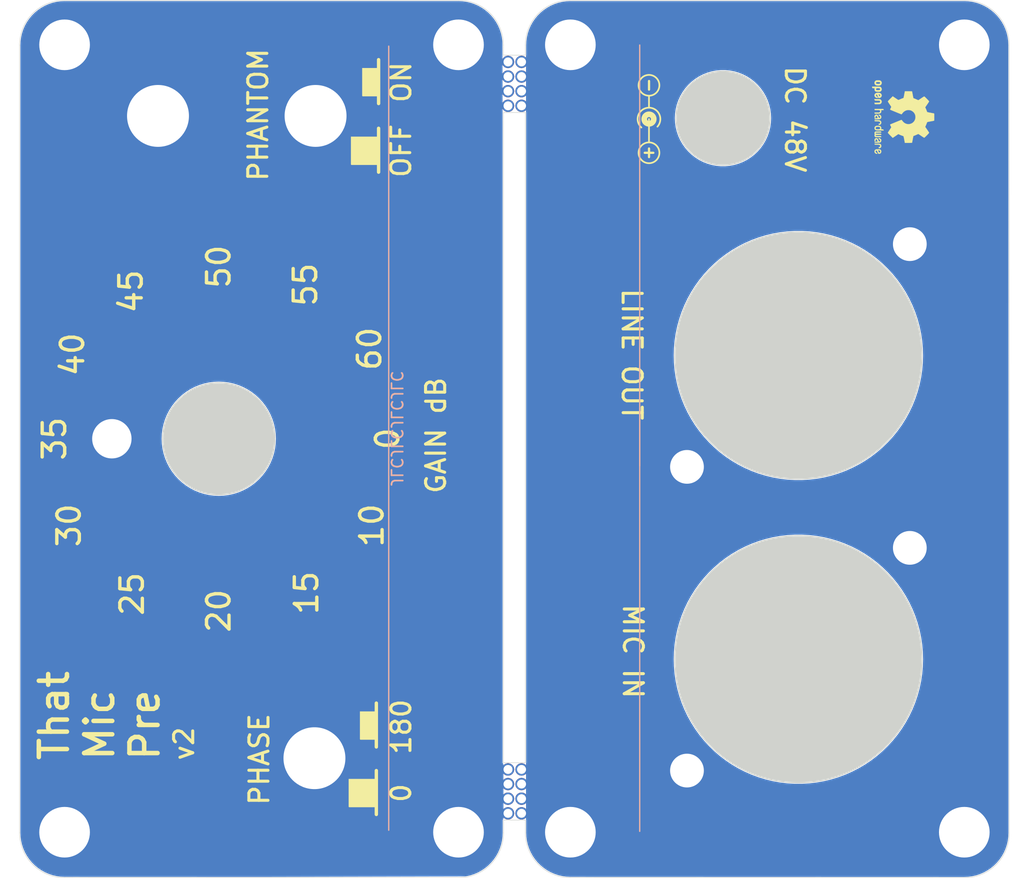
<source format=kicad_pcb>
(kicad_pcb (version 20240108) (generator "pcbnew") (generator_version "8.0")
  (title_block (title "THAT MicPre Panels") (date "2020-04-13") (rev "1.1") (company "OJG"))
  (layers (0 "F.Cu" signal) (31 "B.Cu" signal) (34 "B.Paste" user) (35 "F.Paste" user) (36 "B.SilkS" user "B.Silkscreen") (37 "F.SilkS" user "F.Silkscreen") (38 "B.Mask" user) (39 "F.Mask" user) (44 "Edge.Cuts" user))
  (net 0 "")
  (net 1 "GND")
  (footprint "Symbol:OSHW-Logo2_7.3x6mm_SilkScreen" (layer "F.Cu") (at 181.2 64.8 -90)
    (property "Reference" "REF**" (hide yes))
    (property "Value" "OSHW-Logo2_7.3x6mm_SilkScreen" (hide yes))
    (fp_poly (pts (xy 2.6526 1.958752) (xy 2.669948 1.966334) (xy 2.711356 1.999128) (xy 2.746765 2.046547) (xy 2.768664 2.097151) (xy 2.772229 2.122098) (xy 2.760279 2.156927) (xy 2.734067 2.175357) (xy 2.705964 2.186516) (xy 2.693095 2.188572) (xy 2.686829 2.173649) (xy 2.674456 2.141175) (xy 2.669028 2.126502) (xy 2.63859 2.075744) (xy 2.59452 2.050427) (xy 2.53801 2.051206) (xy 2.533825 2.052203) (xy 2.503655 2.066507) (xy 2.481476 2.094393) (xy 2.466327 2.139287) (xy 2.45725 2.204615) (xy 2.453286 2.293804) (xy 2.452914 2.341261) (xy 2.45273 2.416071) (xy 2.451522 2.467069) (xy 2.448309 2.499471) (xy 2.442109 2.518495) (xy 2.43194 2.529356) (xy 2.416819 2.537272) (xy 2.415946 2.53767) (xy 2.386828 2.549981) (xy 2.372403 2.554514) (xy 2.370186 2.540809) (xy 2.368289 2.502925) (xy 2.366847 2.445715) (xy 2.365998 2.374027) (xy 2.365829 2.321565) (xy 2.366692 2.220047) (xy 2.37007 2.143032) (xy 2.377142 2.086023) (xy 2.389088 2.044526) (xy 2.40709 2.014043) (xy 2.432327 1.99008) (xy 2.457247 1.973355) (xy 2.517171 1.951097) (xy 2.586911 1.946076) (xy 2.6526 1.958752)) (stroke (width 0.01)) (fill solid) (layer "F.SilkS"))
    (fp_poly (pts (xy -1.283907 1.92778) (xy -1.237328 1.954723) (xy -1.204943 1.981466) (xy -1.181258 2.009484) (xy -1.164941 2.043748) (xy -1.154661 2.089227) (xy -1.149086 2.150892) (xy -1.146884 2.233711) (xy -1.146629 2.293246) (xy -1.146629 2.512391) (xy -1.208314 2.540044) (xy -1.27 2.567697) (xy -1.277257 2.32767) (xy -1.280256 2.238028) (xy -1.283402 2.172962) (xy -1.287299 2.128026) (xy -1.292553 2.09877) (xy -1.299769 2.080748) (xy -1.30955 2.069511) (xy -1.312688 2.067079) (xy -1.360239 2.048083) (xy -1.408303 2.0556) (xy -1.436914 2.075543) (xy -1.448553 2.089675) (xy -1.456609 2.10822) (xy -1.461729 2.136334) (xy -1.464559 2.179173) (xy -1.465744 2.241895) (xy -1.465943 2.307261) (xy -1.465982 2.389268) (xy -1.467386 2.447316) (xy -1.472086 2.486465) (xy -1.482013 2.51178) (xy -1.499097 2.528323) (xy -1.525268 2.541156) (xy -1.560225 2.554491) (xy -1.598404 2.569007) (xy -1.593859 2.311389) (xy -1.592029 2.218519) (xy -1.589888 2.149889) (xy -1.586819 2.100711) (xy -1.582206 2.066198) (xy -1.575432 2.041562) (xy -1.565881 2.022016) (xy -1.554366 2.00477) (xy -1.49881 1.94968) (xy -1.43102 1.917822) (xy -1.357287 1.910191) (xy -1.283907 1.92778)) (stroke (width 0.01)) (fill solid) (layer "F.SilkS"))
    (fp_poly (pts (xy 0.529926 1.949755) (xy 0.595858 1.974084) (xy 0.649273 2.017117) (xy 0.670164 2.047409) (xy 0.692939 2.102994) (xy 0.692466 2.143186) (xy 0.668562 2.170217) (xy 0.659717 2.174813) (xy 0.62153 2.189144) (xy 0.602028 2.185472) (xy 0.595422 2.161407) (xy 0.595086 2.148114) (xy 0.582992 2.09921) (xy 0.551471 2.064999) (xy 0.507659 2.048476) (xy 0.458695 2.052634) (xy 0.418894 2.074227) (xy 0.40545 2.086544) (xy 0.395921 2.101487) (xy 0.389485 2.124075) (xy 0.385317 2.159328) (xy 0.382597 2.212266) (xy 0.380502 2.287907) (xy 0.37996 2.311857) (xy 0.377981 2.39379) (xy 0.375731 2.451455) (xy 0.372357 2.489608) (xy 0.367006 2.513004) (xy 0.358824 2.526398) (xy 0.346959 2.534545) (xy 0.339362 2.538144) (xy 0.307102 2.550452) (xy 0.288111 2.554514) (xy 0.281836 2.540948) (xy 0.278006 2.499934) (xy 0.2766 2.430999) (xy 0.277598 2.333669) (xy 0.277908 2.318657) (xy 0.280101 2.229859) (xy 0.282693 2.165019) (xy 0.286382 2.119067) (xy 0.291864 2.086935) (xy 0.299835 2.063553) (xy 0.310993 2.043852) (xy 0.31683 2.03541) (xy 0.350296 1.998057) (xy 0.387727 1.969003) (xy 0.392309 1.966467) (xy 0.459426 1.946443) (xy 0.529926 1.949755)) (stroke (width 0.01)) (fill solid) (layer "F.SilkS"))
    (fp_poly (pts (xy 1.779833 1.958663) (xy 1.782048 1.99685) (xy 1.783784 2.054886) (xy 1.784899 2.12818) (xy 1.785257 2.205055) (xy 1.785257 2.465196) (xy 1.739326 2.511127) (xy 1.707675 2.539429) (xy 1.67989 2.550893) (xy 1.641915 2.550168) (xy 1.62684 2.548321) (xy 1.579726 2.542948) (xy 1.540756 2.539869) (xy 1.531257 2.539585) (xy 1.499233 2.541445) (xy 1.453432 2.546114) (xy 1.435674 2.548321) (xy 1.392057 2.551735) (xy 1.362745 2.54432) (xy 1.33368 2.521427) (xy 1.323188 2.511127) (xy 1.277257 2.465196) (xy 1.277257 1.978602) (xy 1.314226 1.961758) (xy 1.346059 1.949282) (xy 1.364683 1.944914) (xy 1.369458 1.958718) (xy 1.373921 1.997286) (xy 1.377775 2.056356) (xy 1.380722 2.131663) (xy 1.382143 2.195286) (xy 1.386114 2.445657) (xy 1.420759 2.450556) (xy 1.452268 2.447131) (xy 1.467708 2.436041) (xy 1.472023 2.415308) (xy 1.475708 2.371145) (xy 1.478469 2.309146) (xy 1.480012 2.234909) (xy 1.480235 2.196706) (xy 1.480457 1.976783) (xy 1.526166 1.960849) (xy 1.558518 1.950015) (xy 1.576115 1.944962) (xy 1.576623 1.944914) (xy 1.578388 1.958648) (xy 1.580329 1.99673) (xy 1.582282 2.054482) (xy 1.584084 2.127227) (xy 1.585343 2.195286) (xy 1.589314 2.445657) (xy 1.6764 2.445657) (xy 1.680396 2.21724) (xy 1.684392 1.988822) (xy 1.726847 1.966868) (xy 1.758192 1.951793) (xy 1.776744 1.944951) (xy 1.777279 1.944914) (xy 1.779833 1.958663)) (stroke (width 0.01)) (fill solid) (layer "F.SilkS"))
    (fp_poly (pts (xy -0.624114 1.851289) (xy -0.619861 1.910613) (xy -0.614975 1.945572) (xy -0.608205 1.96082) (xy -0.598298 1.961015) (xy -0.595086 1.959195) (xy -0.552356 1.946015) (xy -0.496773 1.946785) (xy -0.440263 1.960333) (xy -0.404918 1.977861) (xy -0.368679 2.005861) (xy -0.342187 2.037549) (xy -0.324001 2.077813) (xy -0.312678 2.131543) (xy -0.306778 2.203626) (xy -0.304857 2.298951) (xy -0.304823 2.317237) (xy -0.3048 2.522646) (xy -0.350509 2.53858) (xy -0.382973 2.54942) (xy -0.400785 2.554468) (xy -0.401309 2.554514) (xy -0.403063 2.540828) (xy -0.404556 2.503076) (xy -0.405674 2.446224) (xy -0.406303 2.375234) (xy -0.4064 2.332073) (xy -0.406602 2.246973) (xy -0.407642 2.185981) (xy -0.410169 2.144177) (xy -0.414836 2.116642) (xy -0.422293 2.098456) (xy -0.433189 2.084698) (xy -0.439993 2.078073) (xy -0.486728 2.051375) (xy -0.537728 2.049375) (xy -0.583999 2.071955) (xy -0.592556 2.080107) (xy -0.605107 2.095436) (xy -0.613812 2.113618) (xy -0.619369 2.139909) (xy -0.622474 2.179562) (xy -0.623824 2.237832) (xy -0.624114 2.318173) (xy -0.624114 2.522646) (xy -0.669823 2.53858) (xy -0.702287 2.54942) (xy -0.720099 2.554468) (xy -0.720623 2.554514) (xy -0.721963 2.540623) (xy -0.723172 2.501439) (xy -0.724199 2.4407) (xy -0.724998 2.362141) (xy -0.725519 2.269498) (xy -0.725714 2.166509) (xy -0.725714 1.769342) (xy -0.678543 1.749444) (xy -0.631371 1.729547) (xy -0.624114 1.851289)) (stroke (width 0.01)) (fill solid) (layer "F.SilkS"))
    (fp_poly (pts (xy -2.958885 1.921962) (xy -2.890855 1.957733) (xy -2.840649 2.015301) (xy -2.822815 2.052312) (xy -2.808937 2.107882) (xy -2.801833 2.178096) (xy -2.80116 2.254727) (xy -2.806573 2.329552) (xy -2.81773 2.394342) (xy -2.834286 2.440873) (xy -2.839374 2.448887) (xy -2.899645 2.508707) (xy -2.971231 2.544535) (xy -3.048908 2.55502) (xy -3.127452 2.53881) (xy -3.149311 2.529092) (xy -3.191878 2.499143) (xy -3.229237 2.459433) (xy -3.232768 2.454397) (xy -3.247119 2.430124) (xy -3.256606 2.404178) (xy -3.26221 2.370022) (xy -3.264914 2.321119) (xy -3.265701 2.250935) (xy -3.265714 2.2352) (xy -3.265678 2.230192) (xy -3.120571 2.230192) (xy -3.119727 2.29643) (xy -3.116404 2.340386) (xy -3.109417 2.368779) (xy -3.097584 2.388325) (xy -3.091543 2.394857) (xy -3.056814 2.41968) (xy -3.023097 2.418548) (xy -2.989005 2.397016) (xy -2.968671 2.374029) (xy -2.956629 2.340478) (xy -2.949866 2.287569) (xy -2.949402 2.281399) (xy -2.948248 2.185513) (xy -2.960312 2.114299) (xy -2.98543 2.068194) (xy -3.02344 2.047635) (xy -3.037008 2.046514) (xy -3.072636 2.052152) (xy -3.097006 2.071686) (xy -3.111907 2.109042) (xy -3.119125 2.16815) (xy -3.120571 2.230192) (xy -3.265678 2.230192) (xy -3.265174 2.160413) (xy -3.262904 2.108159) (xy -3.257932 2.071949) (xy -3.249287 2.045299) (xy -3.235995 2.021722) (xy -3.233057 2.017338) (xy -3.183687 1.958249) (xy -3.129891 1.923947) (xy -3.064398 1.910331) (xy -3.042158 1.909665) (xy -2.958885 1.921962)) (stroke (width 0.01)) (fill solid) (layer "F.SilkS"))
    (fp_poly (pts (xy 3.153595 1.966966) (xy 3.211021 2.004497) (xy 3.238719 2.038096) (xy 3.260662 2.099064) (xy 3.262405 2.147308) (xy 3.258457 2.211816) (xy 3.109686 2.276934) (xy 3.037349 2.310202) (xy 2.990084 2.336964) (xy 2.965507 2.360144) (xy 2.961237 2.382667) (xy 2.974889 2.407455) (xy 2.989943 2.423886) (xy 3.033746 2.450235) (xy 3.081389 2.452081) (xy 3.125145 2.431546) (xy 3.157289 2.390752) (xy 3.163038 2.376347) (xy 3.190576 2.331356) (xy 3.222258 2.312182) (xy 3.265714 2.295779) (xy 3.265714 2.357966) (xy 3.261872 2.400283) (xy 3.246823 2.435969) (xy 3.21528 2.476943) (xy 3.210592 2.482267) (xy 3.175506 2.51872) (xy 3.145347 2.538283) (xy 3.107615 2.547283) (xy 3.076335 2.55023) (xy 3.020385 2.550965) (xy 2.980555 2.54166) (xy 2.955708 2.527846) (xy 2.916656 2.497467) (xy 2.889625 2.464613) (xy 2.872517 2.423294) (xy 2.863238 2.367521) (xy 2.859693 2.291305) (xy 2.85941 2.252622) (xy 2.860372 2.206247) (xy 2.948007 2.206247) (xy 2.949023 2.231126) (xy 2.951556 2.2352) (xy 2.968274 2.229665) (xy 3.004249 2.215017) (xy 3.052331 2.19419) (xy 3.062386 2.189714) (xy 3.123152 2.158814) (xy 3.156632 2.131657) (xy 3.16399 2.10622) (xy 3.146391 2.080481) (xy 3.131856 2.069109) (xy 3.07941 2.046364) (xy 3.030322 2.050122) (xy 2.989227 2.077884) (xy 2.960758 2.127152) (xy 2.951631 2.166257) (xy 2.948007 2.206247) (xy 2.860372 2.206247) (xy 2.861285 2.162249) (xy 2.868196 2.095384) (xy 2.881884 2.046695) (xy 2.904096 2.010849) (xy 2.936574 1.982513) (xy 2.950733 1.973355) (xy 3.015053 1.949507) (xy 3.085473 1.948006) (xy 3.153595 1.966966)) (stroke (width 0.01)) (fill solid) (layer "F.SilkS"))
    (fp_poly (pts (xy 1.190117 2.065358) (xy 1.189933 2.173837) (xy 1.189219 2.257287) (xy 1.187675 2.319704) (xy 1.185001 2.365085) (xy 1.180894 2.397429) (xy 1.175055 2.420733) (xy 1.167182 2.438995) (xy 1.161221 2.449418) (xy 1.111855 2.505945) (xy 1.049264 2.541377) (xy 0.980013 2.55409) (xy 0.910668 2.542463) (xy 0.869375 2.521568) (xy 0.826025 2.485422) (xy 0.796481 2.441276) (xy 0.778655 2.383462) (xy 0.770463 2.306313) (xy 0.769302 2.249714) (xy 0.769458 2.245647) (xy 0.870857 2.245647) (xy 0.871476 2.31055) (xy 0.874314 2.353514) (xy 0.88084 2.381622) (xy 0.892523 2.401953) (xy 0.906483 2.417288) (xy 0.953365 2.44689) (xy 1.003701 2.449419) (xy 1.051276 2.424705) (xy 1.054979 2.421356) (xy 1.070783 2.403935) (xy 1.080693 2.383209) (xy 1.086058 2.352362) (xy 1.088228 2.304577) (xy 1.088571 2.251748) (xy 1.087827 2.185381) (xy 1.084748 2.141106) (xy 1.078061 2.112009) (xy 1.066496 2.091173) (xy 1.057013 2.080107) (xy 1.01296 2.052198) (xy 0.962224 2.048843) (xy 0.913796 2.070159) (xy 0.90445 2.078073) (xy 0.88854 2.095647) (xy 0.87861 2.116587) (xy 0.873278 2.147782) (xy 0.871163 2.196122) (xy 0.870857 2.245647) (xy 0.769458 2.245647) (xy 0.77281 2.158568) (xy 0.784726 2.090086) (xy 0.807135 2.0386) (xy 0.842124 1.998443) (xy 0.869375 1.977861) (xy 0.918907 1.955625) (xy 0.976316 1.945304) (xy 1.029682 1.948067) (xy 1.059543 1.959212) (xy 1.071261 1.962383) (xy 1.079037 1.950557) (xy 1.084465 1.918866) (xy 1.088571 1.870593) (xy 1.093067 1.816829) (xy 1.099313 1.784482) (xy 1.110676 1.765985) (xy 1.130528 1.75377) (xy 1.143 1.748362) (xy 1.190171 1.728601) (xy 1.190117 2.065358)) (stroke (width 0.01)) (fill solid) (layer "F.SilkS"))
    (fp_poly (pts (xy -1.831697 1.931239) (xy -1.774473 1.969735) (xy -1.730251 2.025335) (xy -1.703833 2.096086) (xy -1.69849 2.148162) (xy -1.699097 2.169893) (xy -1.704178 2.186531) (xy -1.718145 2.201437) (xy -1.745411 2.217973) (xy -1.790388 2.239498) (xy -1.857489 2.269374) (xy -1.857829 2.269524) (xy -1.919593 2.297813) (xy -1.970241 2.322933) (xy -2.004596 2.342179) (xy -2.017482 2.352848) (xy -2.017486 2.352934) (xy -2.006128 2.376166) (xy -1.979569 2.401774) (xy -1.949077 2.420221) (xy -1.93363 2.423886) (xy -1.891485 2.411212) (xy -1.855192 2.379471) (xy -1.837483 2.344572) (xy -1.820448 2.318845) (xy -1.787078 2.289546) (xy -1.747851 2.264235) (xy -1.713244 2.250471) (xy -1.706007 2.249714) (xy -1.697861 2.26216) (xy -1.69737 2.293972) (xy -1.703357 2.336866) (xy -1.714643 2.382558) (xy -1.73005 2.422761) (xy -1.730829 2.424322) (xy -1.777196 2.489062) (xy -1.837289 2.533097) (xy -1.905535 2.554711) (xy -1.976362 2.552185) (xy -2.044196 2.523804) (xy -2.047212 2.521808) (xy -2.100573 2.473448) (xy -2.13566 2.410352) (xy -2.155078 2.327387) (xy -2.157684 2.304078) (xy -2.162299 2.194055) (xy -2.156767 2.142748) (xy -2.017486 2.142748) (xy -2.015676 2.174753) (xy -2.005778 2.184093) (xy -1.981102 2.177105) (xy -1.942205 2.160587) (xy -1.898725 2.139881) (xy -1.897644 2.139333) (xy -1.860791 2.119949) (xy -1.846 2.107013) (xy -1.849647 2.093451) (xy -1.865005 2.075632) (xy -1.904077 2.049845) (xy -1.946154 2.04795) (xy -1.983897 2.066717) (xy -2.009966 2.102915) (xy -2.017486 2.142748) (xy -2.156767 2.142748) (xy -2.152806 2.106027) (xy -2.12845 2.036212) (xy -2.094544 1.987302) (xy -2.033347 1.937878) (xy -1.965937 1.913359) (xy -1.89712 1.911797) (xy -1.831697 1.931239)) (stroke (width 0.01)) (fill solid) (layer "F.SilkS"))
    (fp_poly (pts (xy 0.039744 1.950968) (xy 0.096616 1.972087) (xy 0.097267 1.972493) (xy 0.13244 1.99838) (xy 0.158407 2.028633) (xy 0.17667 2.068058) (xy 0.188732 2.121462) (xy 0.196096 2.193651) (xy 0.200264 2.289432) (xy 0.200629 2.303078) (xy 0.205876 2.508842) (xy 0.161716 2.531678) (xy 0.129763 2.54711) (xy 0.11047 2.554423) (xy 0.109578 2.554514) (xy 0.106239 2.541022) (xy 0.103587 2.504626) (xy 0.101956 2.451452) (xy 0.1016 2.408393) (xy 0.101592 2.338641) (xy 0.098403 2.294837) (xy 0.087288 2.273944) (xy 0.063501 2.272925) (xy 0.022296 2.288741) (xy -0.039914 2.317815) (xy -0.085659 2.341963) (xy -0.109187 2.362913) (xy -0.116104 2.385747) (xy -0.116114 2.386877) (xy -0.104701 2.426212) (xy -0.070908 2.447462) (xy -0.019191 2.450539) (xy 0.018061 2.450006) (xy 0.037703 2.460735) (xy 0.049952 2.486505) (xy 0.057002 2.519337) (xy 0.046842 2.537966) (xy 0.043017 2.540632) (xy 0.007001 2.55134) (xy -0.043434 2.552856) (xy -0.095374 2.545759) (xy -0.132178 2.532788) (xy -0.183062 2.489585) (xy -0.211986 2.429446) (xy -0.217714 2.382462) (xy -0.213343 2.340082) (xy -0.197525 2.305488) (xy -0.166203 2.274763) (xy -0.115322 2.24399) (xy -0.040824 2.209252) (xy -0.036286 2.207288) (xy 0.030821 2.176287) (xy 0.072232 2.150862) (xy 0.089981 2.128014) (xy 0.086107 2.104745) (xy 0.062643 2.078056) (xy 0.055627 2.071914) (xy 0.00863 2.0481) (xy -0.040067 2.049103) (xy -0.082478 2.072451) (xy -0.110616 2.115675) (xy -0.113231 2.12416) (xy -0.138692 2.165308) (xy -0.170999 2.185128) (xy -0.217714 2.20477) (xy -0.217714 2.15395) (xy -0.203504 2.080082) (xy -0.161325 2.012327) (xy -0.139376 1.989661) (xy -0.089483 1.960569) (xy -0.026033 1.9474) (xy 0.039744 1.950968)) (stroke (width 0.01)) (fill solid) (layer "F.SilkS"))
    (fp_poly (pts (xy 2.144876 1.956335) (xy 2.186667 1.975344) (xy 2.219469 1.998378) (xy 2.243503 2.024133) (xy 2.260097 2.057358) (xy 2.270577 2.1028) (xy 2.276271 2.165207) (xy 2.278507 2.249327) (xy 2.278743 2.304721) (xy 2.278743 2.520826) (xy 2.241774 2.53767) (xy 2.212656 2.549981) (xy 2.198231 2.554514) (xy 2.195472 2.541025) (xy 2.193282 2.504653) (xy 2.191942 2.451542) (xy 2.191657 2.409372) (xy 2.190434 2.348447) (xy 2.187136 2.300115) (xy 2.182321 2.270518) (xy 2.178496 2.264229) (xy 2.152783 2.270652) (xy 2.112418 2.287125) (xy 2.065679 2.309458) (xy 2.020845 2.333457) (xy 1.986193 2.35493) (xy 1.970002 2.369685) (xy 1.969938 2.369845) (xy 1.97133 2.397152) (xy 1.983818 2.423219) (xy 2.005743 2.444392) (xy 2.037743 2.451474) (xy 2.065092 2.450649) (xy 2.103826 2.450042) (xy 2.124158 2.459116) (xy 2.136369 2.483092) (xy 2.137909 2.487613) (xy 2.143203 2.521806) (xy 2.129047 2.542568) (xy 2.092148 2.552462) (xy 2.052289 2.554292) (xy 1.980562 2.540727) (xy 1.943432 2.521355) (xy 1.897576 2.475845) (xy 1.873256 2.419983) (xy 1.871073 2.360957) (xy 1.891629 2.305953) (xy 1.922549 2.271486) (xy 1.95342 2.252189) (xy 2.001942 2.227759) (xy 2.058485 2.202985) (xy 2.06791 2.199199) (xy 2.130019 2.171791) (xy 2.165822 2.147634) (xy 2.177337 2.123619) (xy 2.16658 2.096635) (xy 2.148114 2.075543) (xy 2.104469 2.049572) (xy 2.056446 2.047624) (xy 2.012406 2.067637) (xy 1.980709 2.107551) (xy 1.976549 2.117848) (xy 1.952327 2.155724) (xy 1.916965 2.183842) (xy 1.872343 2.206917) (xy 1.872343 2.141485) (xy 1.874969 2.101506) (xy 1.88623 2.069997) (xy 1.911199 2.036378) (xy 1.935169 2.010484) (xy 1.972441 1.973817) (xy 2.001401 1.954121) (xy 2.032505 1.94622) (xy 2.067713 1.944914) (xy 2.144876 1.956335)) (stroke (width 0.01)) (fill solid) (layer "F.SilkS"))
    (fp_poly (pts (xy -2.400256 1.919918) (xy -2.344799 1.947568) (xy -2.295852 1.99848) (xy -2.282371 2.017338) (xy -2.267686 2.042015) (xy -2.258158 2.068816) (xy -2.252707 2.104587) (xy -2.250253 2.156169) (xy -2.249714 2.224267) (xy -2.252148 2.317588) (xy -2.260606 2.387657) (xy -2.276826 2.439931) (xy -2.302546 2.479869) (xy -2.339503 2.512929) (xy -2.342218 2.514886) (xy -2.37864 2.534908) (xy -2.422498 2.544815) (xy -2.478276 2.547257) (xy -2.568952 2.547257) (xy -2.56899 2.635283) (xy -2.569834 2.684308) (xy -2.574976 2.713065) (xy -2.588413 2.730311) (xy -2.614142 2.744808) (xy -2.620321 2.747769) (xy -2.649236 2.761648) (xy -2.671624 2.770414) (xy -2.688271 2.771171) (xy -2.699964 2.761023) (xy -2.70749 2.737073) (xy -2.711634 2.696426) (xy -2.713185 2.636186) (xy -2.712929 2.553455) (xy -2.711651 2.445339) (xy -2.711252 2.413) (xy -2.709815 2.301524) (xy -2.708528 2.228603) (xy -2.569029 2.228603) (xy -2.568245 2.290499) (xy -2.56476 2.330997) (xy -2.556876 2.357708) (xy -2.542895 2.378244) (xy -2.533403 2.38826) (xy -2.494596 2.417567) (xy -2.460237 2.419952) (xy -2.424784 2.39575) (xy -2.423886 2.394857) (xy -2.409461 2.376153) (xy -2.400687 2.350732) (xy -2.396261 2.311584) (xy -2.394882 2.251697) (xy -2.394857 2.23843) (xy -2.398188 2.155901) (xy -2.409031 2.098691) (xy -2.42866 2.063766) (xy -2.45835 2.048094) (xy -2.475509 2.046514) (xy -2.516234 2.053926) (xy -2.544168 2.07833) (xy -2.560983 2.12298) (xy -2.56835 2.19113) (xy -2.569029 2.228603) (xy -2.708528 2.228603) (xy -2.708292 2.215245) (xy -2.706323 2.150333) (xy -2.70355 2.102958) (xy -2.699612 2.06929) (xy -2.694151 2.045498) (xy -2.686808 2.027753) (xy -2.677223 2.012224) (xy -2.673113 2.006381) (xy -2.618595 1.951185) (xy -2.549664 1.91989) (xy -2.469928 1.911165) (xy -2.400256 1.919918)) (stroke (width 0.01)) (fill solid) (layer "F.SilkS"))
    (fp_poly (pts (xy 0.10391 -2.757652) (xy 0.182454 -2.757222) (xy 0.239298 -2.756058) (xy 0.278105 -2.753793) (xy 0.302538 -2.75006) (xy 0.316262 -2.744494) (xy 0.32294 -2.736727) (xy 0.326236 -2.726395) (xy 0.326556 -2.725057) (xy 0.331562 -2.700921) (xy 0.340829 -2.653299) (xy 0.353392 -2.587259) (xy 0.368287 -2.507872) (xy 0.384551 -2.420204) (xy 0.385119 -2.417125) (xy 0.40141 -2.331211) (xy 0.416652 -2.255304) (xy 0.429861 -2.193955) (xy 0.440054 -2.151718) (xy 0.446248 -2.133145) (xy 0.446543 -2.132816) (xy 0.464788 -2.123747) (xy 0.502405 -2.108633) (xy 0.551271 -2.090738) (xy 0.551543 -2.090642) (xy 0.613093 -2.067507) (xy 0.685657 -2.038035) (xy 0.754057 -2.008403) (xy 0.757294 -2.006938) (xy 0.868702 -1.956374) (xy 1.115399 -2.12484) (xy 1.191077 -2.176197) (xy 1.259631 -2.222111) (xy 1.317088 -2.25997) (xy 1.359476 -2.287163) (xy 1.382825 -2.301079) (xy 1.385042 -2.302111) (xy 1.40201 -2.297516) (xy 1.433701 -2.275345) (xy 1.481352 -2.234553) (xy 1.546198 -2.174095) (xy 1.612397 -2.109773) (xy 1.676214 -2.046388) (xy 1.733329 -1.988549) (xy 1.780305 -1.939825) (xy 1.813703 -1.90379) (xy 1.830085 -1.884016) (xy 1.830694 -1.882998) (xy 1.832505 -1.869428) (xy 1.825683 -1.847267) (xy 1.80854 -1.813522) (xy 1.779393 -1.7652) (xy 1.736555 -1.699308) (xy 1.679448 -1.614483) (xy 1.628766 -1.539823) (xy 1.583461 -1.47286) (xy 1.54615 -1.417484) (xy 1.519452 -1.37758) (xy 1.505985 -1.357038) (xy 1.505137 -1.355644) (xy 1.506781 -1.335962) (xy 1.519245 -1.297707) (xy 1.540048 -1.248111) (xy 1.547462 -1.232272) (xy 1.579814 -1.16171) (xy 1.614328 -1.081647) (xy 1.642365 -1.012371) (xy 1.662568 -0.960955) (xy 1.678615 -0.921881) (xy 1.687888 -0.901459) (xy 1.689041 -0.899886) (xy 1.706096 -0.897279) (xy 1.746298 -0.890137) (xy 1.804302 -0.879477) (xy 1.874763 -0.866315) (xy 1.952335 -0.851667) (xy 2.031672 -0.836551) (xy 2.107431 -0.821982) (xy 2.174264 -0.808978) (xy 2.226828 -0.798555) (xy 2.259776 -0.79173) (xy 2.267857 -0.789801) (xy 2.276205 -0.785038) (xy 2.282506 -0.774282) (xy 2.287045 -0.753902) (xy 2.290104 -0.720266) (xy 2.291967 -0.669745) (xy 2.292918 -0.598708) (xy 2.29324 -0.503524) (xy 2.293257 -0.464508) (xy 2.293257 -0.147201) (xy 2.217057 -0.132161) (xy 2.174663 -0.124005) (xy 2.1114 -0.112101) (xy 2.034962 -0.097884) (xy 1.953043 -0.08279) (xy 1.9304 -0.078645) (xy 1.854806 -0.063947) (xy 1.788953 -0.049495) (xy 1.738366 -0.036625) (xy 1.708574 -0.026678) (xy 1.703612 -0.023713) (xy 1.691426 -0.002717) (xy 1.673953 0.037967) (xy 1.654577 0.090322) (xy 1.650734 0.1016) (xy 1.625339 0.171523) (xy 1.593817 0.250418) (xy 1.562969 0.321266) (xy 1.562817 0.321595) (xy 1.511447 0.432733) (xy 1.680399 0.681253) (xy 1.849352 0.929772) (xy 1.632429 1.147058) (xy 1.566819 1.211726) (xy 1.506979 1.268733) (xy 1.456267 1.315033) (xy 1.418046 1.347584) (xy 1.395675 1.363343) (xy 1.392466 1.364343) (xy 1.373626 1.356469) (xy 1.33518 1.334578) (xy 1.28133 1.301267) (xy 1.216276 1.259131) (xy 1.14594 1.211943) (xy 1.074555 1.16381) (xy 1.010908 1.121928) (xy 0.959041 1.088871) (xy 0.922995 1.067218) (xy 0.906867 1.059543) (xy 0.887189 1.066037) (xy 0.849875 1.08315) (xy 0.802621 1.107326) (xy 0.797612 1.110013) (xy 0.733977 1.141927) (xy 0.690341 1.157579) (xy 0.663202 1.157745) (xy 0.649057 1.143204) (xy 0.648975 1.143) (xy 0.641905 1.125779) (xy 0.625042 1.084899) (xy 0.599695 1.023525) (xy 0.567171 0.944819) (xy 0.528778 0.851947) (xy 0.485822 0.748072) (xy 0.444222 0.647502) (xy 0.398504 0.536516) (xy 0.356526 0.433703) (xy 0.319548 0.342215) (xy 0.288827 0.265201) (xy 0.265622 0.205815) (xy 0.25119 0.167209) (xy 0.246743 0.1528) (xy 0.257896 0.136272) (xy 0.287069 0.10993) (xy 0.325971 0.080887) (xy 0.436757 -0.010961) (xy 0.523351 -0.116241) (xy 0.584716 -0.232734) (xy 0.619815 -0.358224) (xy 0.627608 -0.490493) (xy 0.621943 -0.551543) (xy 0.591078 -0.678205) (xy 0.53792 -0.790059) (xy 0.465767 -0.885999) (xy 0.377917 -0.964924) (xy 0.277665 -1.02573) (xy 0.16831 -1.067313) (xy 0.053147 -1.088572) (xy -0.064525 -1.088401) (xy -0.18141 -1.065699) (xy -0.294211 -1.019362) (xy -0.399631 -0.948287) (xy -0.443632 -0.908089) (xy -0.528021 -0.804871) (xy -0.586778 -0.692075) (xy -0.620296 -0.57299) (xy -0.628965 -0.450905) (xy -0.613177 -0.329107) (xy -0.573322 -0.210884) (xy -0.509793 -0.099525) (xy -0.422979 0.001684) (xy -0.325971 0.080887) (xy -0.285563 0.111162) (xy -0.257018 0.137219) (xy -0.246743 0.152825) (xy -0.252123 0.169843) (xy -0.267425 0.2105) (xy -0.291388 0.271642) (xy -0.322756 0.350119) (xy -0.360268 0.44278) (xy -0.402667 0.546472) (xy -0.444337 0.647526) (xy -0.49031 0.758607) (xy -0.532893 0.861541) (xy -0.570779 0.953165) (xy -0.60266 1.030316) (xy -0.627229 1.089831) (xy -0.64318 1.128544) (xy -0.64909 1.143) (xy -0.663052 1.157685) (xy -0.69006 1.157642) (xy -0.733587 1.142099) (xy -0.79711 1.110284) (xy -0.797612 1.110013) (xy -0.84544 1.085323) (xy -0.884103 1.067338) (xy -0.905905 1.059614) (xy -0.906867 1.059543) (xy -0.923279 1.067378) (xy -0.959513 1.089165) (xy -1.011526 1.122328) (xy -1.075275 1.164291) (xy -1.14594 1.211943) (xy -1.217884 1.260191) (xy -1.282726 1.302151) (xy -1.336265 1.335227) (xy -1.374303 1.356821) (xy -1.392467 1.364343) (xy -1.409192 1.354457) (xy -1.44282 1.326826) (xy -1.48999 1.284495) (xy -1.547342 1.230505) (xy -1.611516 1.167899) (xy -1.632503 1.146983) (xy -1.849501 0.929623) (xy -1.684332 0.68722) (xy -1.634136 0.612781) (xy -1.590081 0.545972) (xy -1.554638 0.490665) (xy -1.530281 0.450729) (xy -1.519478 0.430036) (xy -1.519162 0.428563) (xy -1.524857 0.409058) (xy -1.540174 0.369822) (xy -1.562463 0.31743) (xy -1.578107 0.282355) (xy -1.607359 0.215201) (xy -1.634906 0.147358) (xy -1.656263 0.090034) (xy -1.662065 0.072572) (xy -1.678548 0.025938) (xy -1.69466 -0.010095) (xy -1.70351 -0.023713) (xy -1.72304 -0.032048) (xy -1.765666 -0.043863) (xy -1.825855 -0.057819) (xy -1.898078 -0.072578) (xy -1.9304 -0.078645) (xy -2.012478 -0.093727) (xy -2.091205 -0.108331) (xy -2.158891 -0.12102) (xy -2.20784 -0.130358) (xy -2.217057 -0.132161) (xy -2.293257 -0.147201) (xy -2.293257 -0.464508) (xy -2.293086 -0.568846) (xy -2.292384 -0.647787) (xy -2.290866 -0.704962) (xy -2.288251 -0.744001) (xy -2.284254 -0.768535) (xy -2.278591 -0.782195) (xy -2.27098 -0.788611) (xy -2.267857 -0.789801) (xy -2.249022 -0.79402) (xy -2.207412 -0.802438) (xy -2.14837 -0.814039) (xy -2.077243 -0.827805) (xy -1.999375 -0.84272) (xy -1.920113 -0.857768) (xy -1.844802 -0.871931) (xy -1.778787 -0.884194) (xy -1.727413 -0.893539) (xy -1.696025 -0.89895) (xy -1.689041 -0.899886) (xy -1.682715 -0.912404) (xy -1.66871 -0.945754) (xy -1.649645 -0.993623) (xy -1.642366 -1.012371) (xy -1.613004 -1.084805) (xy -1.578429 -1.16483) (xy -1.547463 -1.232272) (xy -1.524677 -1.283841) (xy -1.509518 -1.326215) (xy -1.504458 -1.352166) (xy -1.505264 -1.355644) (xy -1.515959 -1.372064) (xy -1.54038 -1.408583) (xy -1.575905 -1.461313) (xy -1.619913 -1.526365) (xy -1.669783 -1.599849) (xy -1.679644 -1.614355) (xy -1.737508 -1.700296) (xy -1.780044 -1.765739) (xy -1.808946 -1.813696) (xy -1.82591 -1.84718) (xy -1.832633 -1.869205) (xy -1.83081 -1.882783) (xy -1.830764 -1.882869) (xy -1.816414 -1.900703) (xy -1.784677 -1.935183) (xy -1.73899 -1.982732) (xy -1.682796 -2.039778) (xy -1.619532 -2.102745) (xy -1.612398 -2.109773) (xy -1.53267 -2.18698) (xy -1.471143 -2.24367) (xy -1.426579 -2.28089) (xy -1.397743 -2.299685) (xy -1.385042 -2.302111) (xy -1.366506 -2.291529) (xy -1.328039 -2.267084) (xy -1.273614 -2.231388) (xy -1.207202 -2.187053) (xy -1.132775 -2.136689) (xy -1.115399 -2.12484) (xy -0.868703 -1.956374) (xy -0.757294 -2.006938) (xy -0.689543 -2.036405) (xy -0.616817 -2.066041) (xy -0.554297 -2.08967) (xy -0.551543 -2.090642) (xy -0.50264 -2.108543) (xy -0.464943 -2.12368) (xy -0.446575 -2.13279) (xy -0.446544 -2.132816) (xy -0.440715 -2.149283) (xy -0.430808 -2.189781) (xy -0.417805 -2.249758) (xy -0.402691 -2.32466) (xy -0.386448 -2.409936) (xy -0.385119 -2.417125) (xy -0.368825 -2.504986) (xy -0.353867 -2.58474) (xy -0.341209 -2.651319) (xy -0.331814 -2.699653) (xy -0.326646 -2.724675) (xy -0.326556 -2.725057) (xy -0.323411 -2.735701) (xy -0.317296 -2.743738) (xy -0.304547 -2.749533) (xy -0.2815 -2.753453) (xy -0.244491 -2.755865) (xy -0.189856 -2.757135) (xy -0.113933 -2.757629) (xy -0.013056 -2.757714) (xy 0 -2.757714) (xy 0.10391 -2.757652)) (stroke (width 0.01)) (fill solid) (layer "F.SilkS"))
  )
  (footprint "Symbol:Symbol_Barrel_Polarity" (layer "F.Cu") (at 158.687984 64.974736 -90)
    (property "Reference" "LOGO4" (hide yes))
    (property "Value" "SYM_Arrow_Normal" (hide yes))
    (fp_line (start -2 0.075) (end -1.1 0.075) (stroke (width 0.15)) (layer "F.SilkS"))
    (fp_line (start 0 0.075) (end 2 0.075) (stroke (width 0.15)) (layer "F.SilkS"))
    (fp_arc (start 0.75 0.75) (mid -1.007627 0.128033) (end 0.675 -0.675) (stroke (width 0.15)) (layer "F.SilkS"))
    (fp_circle (center -3 0.075) (end -3 1) (stroke (width 0.15)) (fill none) (layer "F.SilkS"))
    (fp_circle (center 0 0.075) (end 0 0.25) (stroke (width 0.5)) (fill none) (layer "F.SilkS"))
    (fp_circle (center 3 0.075) (end 3 1) (stroke (width 0.15)) (fill none) (layer "F.SilkS"))
  )
  (gr_line (start 157.787984 95.795736) (end 157.787984 58.395736) (stroke (width 0.12)) (layer "B.SilkS"))
  (gr_line (start 157.787984 90.695736) (end 157.787984 128.295736) (stroke (width 0.12)) (layer "B.SilkS"))
  (gr_line (start 135.487984 58.495736) (end 135.487984 128.195736) (stroke (width 0.12)) (layer "B.SilkS"))
  (gr_line (start 134.587984 59.695736) (end 134.587984 63.595736) (stroke (width 0.3)) (layer "F.SilkS"))
  (gr_line (start 134.387984 122.895736) (end 134.387984 126.795736) (stroke (width 0.3)) (layer "F.SilkS"))
  (gr_circle (center 167.687984 86.095736) (end 173.687984 86.095736) (stroke (width 0.12)) (fill none) (layer "F.SilkS"))
  (gr_line (start 134.587984 65.795736) (end 134.587984 69.695736) (stroke (width 0.3)) (layer "F.SilkS"))
  (gr_rect (start 132.987984 117.695736) (end 134.287984 120.095736) (stroke (width 0.12)) (fill solid) (layer "F.SilkS"))
  (gr_rect (start 132.187984 66.595736) (end 134.487984 68.995736) (stroke (width 0.12)) (fill solid) (layer "F.SilkS"))
  (gr_rect (start 131.987984 123.695736) (end 134.287984 126.095736) (stroke (width 0.12)) (fill solid) (layer "F.SilkS"))
  (gr_rect (start 133.187984 60.495736) (end 134.487984 62.895736) (stroke (width 0.12)) (fill solid) (layer "F.SilkS"))
  (gr_line (start 134.387984 116.895736) (end 134.387984 120.795736) (stroke (width 0.3)) (layer "F.SilkS"))
  (gr_line (start 147.627984 58.415736) (end 147.627984 59.295736) (stroke (width 0.05)) (layer "Edge.Cuts"))
  (gr_line (start 186.627984 54.415736) (end 151.627984 54.415736) (stroke (width 0.05)) (layer "Edge.Cuts"))
  (gr_arc (start 190.627984 128.425736) (mid 189.456411 131.254163) (end 186.627984 132.425736) (stroke (width 0.05)) (layer "Edge.Cuts"))
  (gr_line (start 147.627984 59.295736) (end 145.677984 59.295736) (stroke (width 0.05)) (layer "Edge.Cuts"))
  (gr_arc (start 147.627984 58.415736) (mid 148.799557 55.587309) (end 151.627984 54.415736) (stroke (width 0.05)) (layer "Edge.Cuts"))
  (gr_line (start 186.627984 132.425736) (end 151.627984 132.415736) (stroke (width 0.05)) (layer "Edge.Cuts"))
  (gr_circle (center 171.887984 85.995736) (end 182.887984 85.995736) (stroke (width 0.05)) (fill solid) (layer "Edge.Cuts"))
  (gr_line (start 190.627984 93.411736) (end 190.617984 58.405736) (stroke (width 0.05)) (layer "Edge.Cuts"))
  (gr_line (start 190.627984 93.411736) (end 190.627984 128.425736) (stroke (width 0.05)) (layer "Edge.Cuts"))
  (gr_line (start 147.627984 64.395736) (end 147.627984 122.195736) (stroke (width 0.05)) (layer "Edge.Cuts"))
  (gr_circle (center 120.387984 93.395736) (end 115.387984 93.395736) (stroke (width 0.05)) (fill solid) (layer "Edge.Cuts"))
  (gr_arc (start 151.627984 132.415736) (mid 148.799557 131.244163) (end 147.627984 128.415736) (stroke (width 0.05)) (layer "Edge.Cuts"))
  (gr_line (start 102.687984 58.415736) (end 102.687984 128.415736) (stroke (width 0.05)) (layer "Edge.Cuts"))
  (gr_line (start 145.687984 128.425736) (end 145.687984 127.295736) (stroke (width 0.05)) (layer "Edge.Cuts"))
  (gr_circle (center 165.187984 64.895736) (end 169.387984 64.895736) (stroke (width 0.05)) (fill solid) (layer "Edge.Cuts"))
  (gr_line (start 145.677984 122.195736) (end 145.677984 64.395736) (stroke (width 0.05)) (layer "Edge.Cuts"))
  (gr_line (start 147.627984 122.195736) (end 145.677984 122.195736) (stroke (width 0.05)) (layer "Edge.Cuts"))
  (gr_line (start 147.627984 127.295736) (end 147.627984 128.415736) (stroke (width 0.05)) (layer "Edge.Cuts"))
  (gr_line (start 147.627984 64.395736) (end 145.677984 64.395736) (stroke (width 0.05)) (layer "Edge.Cuts"))
  (gr_arc (start 141.687984 54.415736) (mid 144.50934 55.58438) (end 145.677984 58.405736) (stroke (width 0.05)) (layer "Edge.Cuts"))
  (gr_line (start 145.687984 127.295736) (end 147.627984 127.295736) (stroke (width 0.05)) (layer "Edge.Cuts"))
  (gr_line (start 145.677984 59.295736) (end 145.677984 58.405736) (stroke (width 0.05)) (layer "Edge.Cuts"))
  (gr_circle (center 171.887984 112.995736) (end 160.887984 112.995736) (stroke (width 0.05)) (fill solid) (layer "Edge.Cuts"))
  (gr_arc (start 102.687984 58.415736) (mid 103.859557 55.587309) (end 106.687984 54.415736) (stroke (width 0.05)) (layer "Edge.Cuts"))
  (gr_arc (start 145.687984 128.425736) (mid 144.516411 131.254163) (end 141.687984 132.425736) (stroke (width 0.05)) (layer "Edge.Cuts"))
  (gr_line (start 141.687984 54.415736) (end 106.687984 54.415736) (stroke (width 0.05)) (layer "Edge.Cuts"))
  (gr_line (start 141.687984 132.425736) (end 106.687984 132.415736) (stroke (width 0.05)) (layer "Edge.Cuts"))
  (gr_arc (start 106.687984 132.415736) (mid 103.859557 131.244163) (end 102.687984 128.415736) (stroke (width 0.05)) (layer "Edge.Cuts"))
  (gr_arc (start 186.627984 54.415736) (mid 189.44934 55.58438) (end 190.617984 58.405736) (stroke (width 0.05)) (layer "Edge.Cuts"))
  (gr_text "JLCJLCJLCJLC" (at 136.187984 92.495736 -90) (layer "B.SilkS") (effects (font (size 1 1)) (justify mirror)))
  (gr_text "30" (at 107.087984 101.095736 90) (layer "F.SilkS") (effects (font (size 2 2) (thickness 0.3))))
  (gr_text "v2" (at 117.3 120.5 90) (layer "F.SilkS") (effects (font (size 1.7 1.7) (thickness 0.27))))
  (gr_text "PHASE" (at 123.987984 121.895736 90) (layer "F.SilkS") (effects (font (size 1.7 1.7) (thickness 0.27))))
  (gr_text "55" (at 128.087984 79.695736 90) (layer "F.SilkS") (effects (font (size 2 2) (thickness 0.3))))
  (gr_text "35" (at 105.787984 93.395736 90) (layer "F.SilkS") (effects (font (size 2 2) (thickness 0.3))))
  (gr_text "GAIN dB" (at 139.687984 93.095736 90) (layer "F.SilkS") (effects (font (size 1.7 1.7) (thickness 0.27))))
  (gr_text "50" (at 120.387984 78.095736 90) (layer "F.SilkS") (effects (font (size 2 2) (thickness 0.3))))
  (gr_text "15" (at 128.187984 107.095736 90) (layer "F.SilkS") (effects (font (size 2 2) (thickness 0.3))))
  (gr_text "+" (at 158.687984 67.974736 -90) (layer "F.SilkS") (effects (font (size 1 1) (thickness 0.2))))
  (gr_text "45" (at 112.587984 80.295736 90) (layer "F.SilkS") (effects (font (size 2 2) (thickness 0.3))))
  (gr_text "DC 48V" (at 171.587984 64.995736 -90) (layer "F.SilkS") (effects (font (size 1.7 1.7) (thickness 0.27))))
  (gr_text "PHANTOM" (at 123.887984 64.595736 90) (layer "F.SilkS") (effects (font (size 1.7 1.7) (thickness 0.27))))
  (gr_text "25" (at 112.687984 107.195736 90) (layer "F.SilkS") (effects (font (size 2 2) (thickness 0.3))))
  (gr_text "OFF" (at 136.587984 67.795736 90) (layer "F.SilkS") (effects (font (size 1.7 1.7) (thickness 0.27))))
  (gr_text "40" (at 107.387984 85.895736 90) (layer "F.SilkS") (effects (font (size 2 2) (thickness 0.3))))
  (gr_text "10" (at 133.987984 101.095736 90) (layer "F.SilkS") (effects (font (size 2 2) (thickness 0.3))))
  (gr_text "-" (at 158.687984 61.974736 -90) (layer "F.SilkS") (effects (font (size 1 1) (thickness 0.2))))
  (gr_text "0" (at 135.387984 93.395736 90) (layer "F.SilkS") (effects (font (size 2 2) (thickness 0.3))))
  (gr_text "That\nMic\nPre" (at 109.787984 122.195736 90) (layer "F.SilkS") (effects (font (size 2.5 2.5) (thickness 0.4)) (justify left)))
  (gr_text "MIC IN" (at 157.187984 112.295736 -90) (layer "F.SilkS") (effects (font (size 1.7 1.7) (thickness 0.27))))
  (gr_text "60" (at 133.787984 85.395736 90) (layer "F.SilkS") (effects (font (size 2 2) (thickness 0.3))))
  (gr_text "ON" (at 136.6 61.7 90) (layer "F.SilkS") (effects (font (size 1.7 1.7) (thickness 0.27))))
  (gr_text "LINE OUT" (at 157.087984 85.895736 -90) (layer "F.SilkS") (effects (font (size 1.7 1.7) (thickness 0.27))))
  (gr_text "0" (at 136.587984 124.895736 90) (layer "F.SilkS") (effects (font (size 1.7 1.7) (thickness 0.27))))
  (gr_text "180" (at 136.6 119 90) (layer "F.SilkS") (effects (font (size 1.7 1.7) (thickness 0.27))))
  (gr_text "20" (at 120.387984 108.695736 90) (layer "F.SilkS") (effects (font (size 2 2) (thickness 0.3))))
  (via (at 147.287984 62.495736) (size 1.1) (drill 0.8) (layers "F.Cu" "B.Cu") (net 1))
  (via (at 146.087984 59.895736) (size 1.1) (drill 0.8) (layers "F.Cu" "B.Cu") (net 1))
  (via (at 146.087984 126.695736) (size 1.1) (drill 0.8) (layers "F.Cu" "B.Cu") (net 1))
  (via (at 186.627984 128.375736) (size 6) (drill 4.5) (layers "F.Cu" "B.Cu") (net 1))
  (via (at 147.287984 122.795736) (size 1.1) (drill 0.8) (layers "F.Cu" "B.Cu") (net 1))
  (via (at 151.627984 128.375736) (size 6) (drill 4.5) (layers "F.Cu" "B.Cu") (net 1))
  (via (at 110.887984 93.395736) (size 4) (drill 3.5) (layers "F.Cu" "B.Cu") (net 1))
  (via (at 128.887984 121.795736) (size 6) (drill 5.5) (layers "F.Cu" "B.Cu") (net 1))
  (via (at 114.987984 64.695736) (size 6) (drill 5.5) (layers "F.Cu" "B.Cu") (net 1))
  (via (at 147.287984 61.195736) (size 1.1) (drill 0.8) (layers "F.Cu" "B.Cu") (net 1))
  (via (at 146.087984 124.095736) (size 1.1) (drill 0.8) (layers "F.Cu" "B.Cu") (net 1))
  (via (at 147.287984 125.395736) (size 1.1) (drill 0.8) (layers "F.Cu" "B.Cu") (net 1))
  (via (at 106.687984 58.375736) (size 6) (drill 4.5) (layers "F.Cu" "B.Cu") (net 1))
  (via (at 146.087984 63.795736) (size 1.1) (drill 0.8) (layers "F.Cu" "B.Cu") (net 1))
  (via (at 141.687984 128.375736) (size 6) (drill 4.5) (layers "F.Cu" "B.Cu") (net 1))
  (via (at 141.687984 58.375736) (size 6) (drill 4.5) (layers "F.Cu" "B.Cu") (net 1))
  (via (at 161.987984 122.895736) (size 3.3) (drill 3) (layers "F.Cu" "B.Cu") (net 1))
  (via (at 151.627984 58.375736) (size 6) (drill 4.5) (layers "F.Cu" "B.Cu") (net 1))
  (via (at 186.627984 58.375736) (size 6) (drill 4.5) (layers "F.Cu" "B.Cu") (net 1))
  (via (at 147.287984 59.895736) (size 1.1) (drill 0.8) (layers "F.Cu" "B.Cu") (net 1))
  (via (at 146.087984 125.395736) (size 1.1) (drill 0.8) (layers "F.Cu" "B.Cu") (net 1))
  (via (at 161.987984 95.895736) (size 3.3) (drill 3) (layers "F.Cu" "B.Cu") (net 1))
  (via (at 181.787984 76.095736) (size 3.3) (drill 3) (layers "F.Cu" "B.Cu") (net 1))
  (via (at 147.287984 126.695736) (size 1.1) (drill 0.8) (layers "F.Cu" "B.Cu") (net 1))
  (via (at 181.787984 103.095736) (size 3.3) (drill 3) (layers "F.Cu" "B.Cu") (net 1))
  (via (at 147.287984 124.095736) (size 1.1) (drill 0.8) (layers "F.Cu" "B.Cu") (net 1))
  (via (at 147.287984 63.795736) (size 1.1) (drill 0.8) (layers "F.Cu" "B.Cu") (net 1))
  (via (at 146.087984 62.495736) (size 1.1) (drill 0.8) (layers "F.Cu" "B.Cu") (net 1))
  (via (at 146.087984 61.195736) (size 1.1) (drill 0.8) (layers "F.Cu" "B.Cu") (net 1))
  (via (at 128.987984 64.695736) (size 6) (drill 5.5) (layers "F.Cu" "B.Cu") (net 1))
  (via (at 146.087984 122.795736) (size 1.1) (drill 0.8) (layers "F.Cu" "B.Cu") (net 1))
  (via (at 106.687984 128.375736) (size 6) (drill 4.5) (layers "F.Cu" "B.Cu") (net 1))
  (zone (net 1) (net_name "GND") (layer "B.Cu") (connect_pads (clearance 0.508)) (min_thickness 0.254) (fill yes (thermal_gap 0.508) (thermal_bridge_width 0.508) (island_removal_mode 1) (island_area_min 0))
    (polygon (pts (xy 102.687984 54.495736) (xy 145.587984 54.495736) (xy 145.687984 132.295736) (xy 102.687984 132.395736)))
  )
  (zone (net 1) (net_name "GND") (layer "B.Cu") (connect_pads yes (clearance 0.508)) (min_thickness 0.254) (fill yes (thermal_gap 0.508) (thermal_bridge_width 0.508) (island_removal_mode 1) (island_area_min 0))
    (polygon (pts (xy 147.687984 54.495736) (xy 190.687984 54.495736) (xy 190.687984 132.395736) (xy 147.687984 132.425736)))
  )
)
</source>
